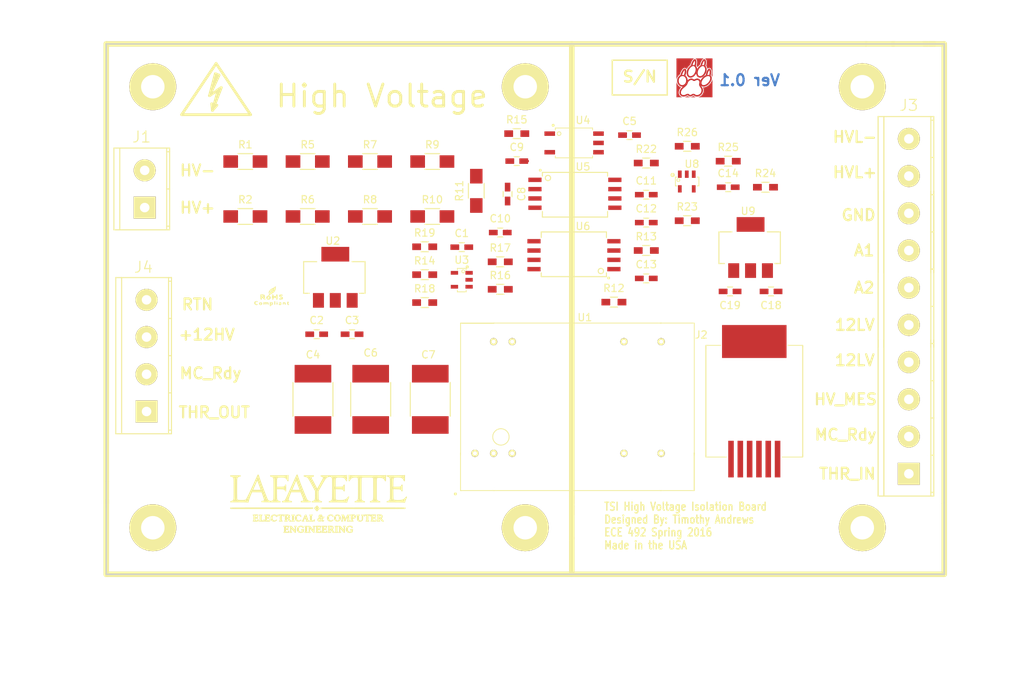
<source format=kicad_pcb>
(kicad_pcb (version 4) (host pcbnew "(2015-08-05 BZR 6055, Git fa29c62)-product")
  (layers (0 F.Cu signal) (31 B.Cu signal) (34 B.Paste user) (35 F.Paste user) (36 B.SilkS user) (37 F.SilkS user) (38 B.Mask user) (39 F.Mask user) (44 Edge.Cuts user))
  (net 0 "")
  (net 1 /+12HV)
  (net 2 /RTN)
  (net 3 /+5HV)
  (net 4 /GND)
  (net 5 "Net-(C8-Pad1)")
  (net 6 "Net-(C8-Pad2)")
  (net 7 /+5LV)
  (net 8 "Net-(C13-Pad1)")
  (net 9 /24MC_RDYLV)
  (net 10 /12LV)
  (net 11 /+12LV)
  (net 12 /A2_LV)
  (net 13 /A1_LV)
  (net 14 /Throttle_IN)
  (net 15 /24MC_RDYHV)
  (net 16 /Throttle_OUT)
  (net 17 /HV+)
  (net 18 /HV-)
  (net 19 "Net-(R1-Pad2)")
  (net 20 "Net-(R2-Pad2)")
  (net 21 "Net-(R17-Pad2)")
  (net 22 "Net-(R5-Pad2)")
  (net 23 "Net-(R6-Pad2)")
  (net 24 "Net-(R7-Pad2)")
  (net 25 "Net-(R10-Pad1)")
  (net 26 /HV_MES)
  (net 27 "Net-(R15-Pad2)")
  (net 28 "Net-(R16-Pad2)")
  (net 29 /HV_LED-)
  (net 30 /HV_LED+)
  (net 31 "Net-(R14-Pad2)")
  (net 32 "Net-(R17-Pad1)")
  (net 33 "Net-(R22-Pad1)")
  (net 34 "Net-(R22-Pad2)")
  (net 35 "Net-(R23-Pad1)")
  (net 36 "Net-(R23-Pad2)")
  (module Mounting_Holes:MountingHole_3.2mm_M3_Pad (layer F.Cu) (at 82.677 110.49)
    (fp_text reference U21)
    (fp_text value place_holder)
    (pad 1 thru_hole circle (at 0 0) (size 6.4 6.4) (drill 3.2) (layers *.Cu *.Mask F.SilkS))
  )
  (module Mounting_Holes:MountingHole_3.2mm_M3_Pad (layer F.Cu) (at 82.677 50.292)
    (fp_text reference U20)
    (fp_text value place_holder)
    (pad 1 thru_hole circle (at 0 0) (size 6.4 6.4) (drill 3.2) (layers *.Cu *.Mask F.SilkS))
  )
  (module Mounting_Holes:MountingHole_3.2mm_M3_Pad (layer F.Cu) (at 128.651 110.49)
    (fp_text reference U19)
    (fp_text value place_holder)
    (pad ~ thru_hole circle (at 0 0) (size 6.4 6.4) (drill 3.2) (layers *.Cu *.Mask F.SilkS))
  )
  (module Mounting_Holes:MountingHole_3.2mm_M3_Pad (layer F.Cu) (at 128.651 50.292)
    (fp_text reference U16)
    (fp_text value place_holder)
    (pad 1 thru_hole circle (at 0 0) (size 6.4 6.4) (drill 3.2) (layers *.Cu *.Mask F.SilkS))
  )
  (module Capacitors_SMD:C_0603_HandSoldering (layer F.Cu) (at 74.019 72.192)
    (fp_text reference C1 (at 0 -1.9) (layer F.SilkS))
    (fp_text value 0.1u)
    (pad 1 smd rect (at -0.95 0) (size 1.2 0.75) (layers F.Cu F.Paste F.Mask) (net 2 /RTN))
    (pad 2 smd rect (at 0.95 0) (size 1.2 0.75) (layers F.Cu F.Paste F.Mask) (net 3 /+5HV))
  )
  (module Capacitors_SMD:C_0603_HandSoldering (layer F.Cu) (at 54.229 84.074)
    (fp_text reference C2 (at 0 -1.9) (layer F.SilkS))
    (fp_text value 10u)
    (pad 1 smd rect (at -0.95 0) (size 1.2 0.75) (layers F.Cu F.Paste F.Mask) (net 1 /+12HV))
    (pad 2 smd rect (at 0.95 0) (size 1.2 0.75) (layers F.Cu F.Paste F.Mask) (net 2 /RTN))
  )
  (module Capacitors_SMD:C_0603_HandSoldering (layer F.Cu) (at 59.055 84.074)
    (fp_text reference C3 (at 0 -1.9) (layer F.SilkS))
    (fp_text value 22u)
    (pad 1 smd rect (at -0.95 0) (size 1.2 0.75) (layers F.Cu F.Paste F.Mask) (net 3 /+5HV))
    (pad 2 smd rect (at 0.95 0) (size 1.2 0.75) (layers F.Cu F.Paste F.Mask) (net 2 /RTN))
  )
  (module Capacitors_SMD:C_0603_HandSoldering (layer F.Cu) (at 96.901 56.896)
    (fp_text reference C5 (at 0 -1.9) (layer F.SilkS))
    (fp_text value 0.1u)
    (pad 1 smd rect (at -0.95 0) (size 1.2 0.75) (layers F.Cu F.Paste F.Mask) (net 4 /GND))
    (pad 2 smd rect (at 0.95 0) (size 1.2 0.75) (layers F.Cu F.Paste F.Mask) (net 7 /+5LV))
  )
  (module Capacitors_SMD:C_0603_HandSoldering (layer F.Cu) (at 80.269 64.942 270)
    (fp_text reference C8 (at 0 -1.9 270) (layer F.SilkS))
    (fp_text value 330p)
    (pad 1 smd rect (at -0.95 0 270) (size 1.2 0.75) (layers F.Cu F.Paste F.Mask) (net 5 "Net-(C8-Pad1)"))
    (pad 2 smd rect (at 0.95 0 270) (size 1.2 0.75) (layers F.Cu F.Paste F.Mask) (net 6 "Net-(C8-Pad2)"))
  )
  (module Capacitors_SMD:C_0603_HandSoldering (layer F.Cu) (at 81.519 60.442)
    (fp_text reference C9 (at 0 -1.9) (layer F.SilkS))
    (fp_text value 0.1u)
    (pad 1 smd rect (at -0.95 0) (size 1.2 0.75) (layers F.Cu F.Paste F.Mask) (net 3 /+5HV))
    (pad 2 smd rect (at 0.95 0) (size 1.2 0.75) (layers F.Cu F.Paste F.Mask) (net 2 /RTN))
  )
  (module Capacitors_SMD:C_0603_HandSoldering (layer F.Cu) (at 79.269 70.192)
    (fp_text reference C10 (at 0 -1.9) (layer F.SilkS))
    (fp_text value 0.1u)
    (pad 1 smd rect (at -0.95 0) (size 1.2 0.75) (layers F.Cu F.Paste F.Mask) (net 3 /+5HV))
    (pad 2 smd rect (at 0.95 0) (size 1.2 0.75) (layers F.Cu F.Paste F.Mask) (net 2 /RTN))
  )
  (module Capacitors_SMD:C_0603_HandSoldering (layer F.Cu) (at 99.187 65.024)
    (fp_text reference C11 (at 0 -1.9) (layer F.SilkS))
    (fp_text value 0.1u)
    (pad 1 smd rect (at -0.95 0) (size 1.2 0.75) (layers F.Cu F.Paste F.Mask) (net 7 /+5LV))
    (pad 2 smd rect (at 0.95 0) (size 1.2 0.75) (layers F.Cu F.Paste F.Mask) (net 4 /GND))
  )
  (module Capacitors_SMD:C_0603_HandSoldering (layer F.Cu) (at 99.187 68.834)
    (fp_text reference C12 (at 0 -1.9) (layer F.SilkS))
    (fp_text value 0.1u)
    (pad 1 smd rect (at -0.95 0) (size 1.2 0.75) (layers F.Cu F.Paste F.Mask) (net 7 /+5LV))
    (pad 2 smd rect (at 0.95 0) (size 1.2 0.75) (layers F.Cu F.Paste F.Mask) (net 4 /GND))
  )
  (module Capacitors_SMD:C_0603_HandSoldering (layer F.Cu) (at 99.187 76.454)
    (fp_text reference C13 (at 0 -1.9) (layer F.SilkS))
    (fp_text value 0.1u)
    (pad 1 smd rect (at -0.95 0) (size 1.2 0.75) (layers F.Cu F.Paste F.Mask) (net 8 "Net-(C13-Pad1)"))
    (pad 2 smd rect (at 0.95 0) (size 1.2 0.75) (layers F.Cu F.Paste F.Mask) (net 4 /GND))
  )
  (module Capacitors_SMD:C_0603_HandSoldering (layer F.Cu) (at 116.205 78.232 180)
    (fp_text reference C18 (at 0 -1.9 180) (layer F.SilkS))
    (fp_text value 10u)
    (pad 1 smd rect (at -0.95 0 180) (size 1.2 0.75) (layers F.Cu F.Paste F.Mask) (net 11 /+12LV))
    (pad 2 smd rect (at 0.95 0 180) (size 1.2 0.75) (layers F.Cu F.Paste F.Mask) (net 4 /GND))
  )
  (module Capacitors_SMD:C_0603_HandSoldering (layer F.Cu) (at 110.617 78.232 180)
    (fp_text reference C19 (at 0 -1.9 180) (layer F.SilkS))
    (fp_text value 22u)
    (pad 1 smd rect (at -0.95 0 180) (size 1.2 0.75) (layers F.Cu F.Paste F.Mask) (net 7 /+5LV))
    (pad 2 smd rect (at 0.95 0 180) (size 1.2 0.75) (layers F.Cu F.Paste F.Mask) (net 4 /GND))
  )
  (module Resistors_SMD:R_1206_HandSoldering (layer F.Cu) (at 44.5 60.5)
    (fp_text reference R1 (at 0 -2.3) (layer F.SilkS))
    (fp_text value 10k)
    (pad 1 smd rect (at -2 0) (size 2 1.7) (layers F.Cu F.Paste F.Mask) (net 17 /HV+))
    (pad 2 smd rect (at 2 0) (size 2 1.7) (layers F.Cu F.Paste F.Mask) (net 19 "Net-(R1-Pad2)"))
  )
  (module Resistors_SMD:R_1206_HandSoldering (layer F.Cu) (at 44.5 68)
    (fp_text reference R2 (at 0 -2.3) (layer F.SilkS))
    (fp_text value 10k)
    (pad 1 smd rect (at -2 0) (size 2 1.7) (layers F.Cu F.Paste F.Mask) (net 18 /HV-))
    (pad 2 smd rect (at 2 0) (size 2 1.7) (layers F.Cu F.Paste F.Mask) (net 20 "Net-(R2-Pad2)"))
  )
  (module Resistors_SMD:R_1206_HandSoldering (layer F.Cu) (at 53 60.5)
    (fp_text reference R5 (at 0 -2.3) (layer F.SilkS))
    (fp_text value 10k)
    (pad 1 smd rect (at -2 0) (size 2 1.7) (layers F.Cu F.Paste F.Mask) (net 19 "Net-(R1-Pad2)"))
    (pad 2 smd rect (at 2 0) (size 2 1.7) (layers F.Cu F.Paste F.Mask) (net 22 "Net-(R5-Pad2)"))
  )
  (module Resistors_SMD:R_1206_HandSoldering (layer F.Cu) (at 53 68)
    (fp_text reference R6 (at 0 -2.3) (layer F.SilkS))
    (fp_text value 10k)
    (pad 1 smd rect (at -2 0) (size 2 1.7) (layers F.Cu F.Paste F.Mask) (net 20 "Net-(R2-Pad2)"))
    (pad 2 smd rect (at 2 0) (size 2 1.7) (layers F.Cu F.Paste F.Mask) (net 23 "Net-(R6-Pad2)"))
  )
  (module Resistors_SMD:R_1206_HandSoldering (layer F.Cu) (at 61.5 60.5)
    (fp_text reference R7 (at 0 -2.3) (layer F.SilkS))
    (fp_text value 10k)
    (pad 1 smd rect (at -2 0) (size 2 1.7) (layers F.Cu F.Paste F.Mask) (net 22 "Net-(R5-Pad2)"))
    (pad 2 smd rect (at 2 0) (size 2 1.7) (layers F.Cu F.Paste F.Mask) (net 24 "Net-(R7-Pad2)"))
  )
  (module Resistors_SMD:R_1206_HandSoldering (layer F.Cu) (at 61.5 68)
    (fp_text reference R8 (at 0 -2.3) (layer F.SilkS))
    (fp_text value 10k)
    (pad 1 smd rect (at -2 0) (size 2 1.7) (layers F.Cu F.Paste F.Mask) (net 23 "Net-(R6-Pad2)"))
    (pad 2 smd rect (at 2 0) (size 2 1.7) (layers F.Cu F.Paste F.Mask) (net 25 "Net-(R10-Pad1)"))
  )
  (module Resistors_SMD:R_1206_HandSoldering (layer F.Cu) (at 70 60.5)
    (fp_text reference R9 (at 0 -2.3) (layer F.SilkS))
    (fp_text value 10k)
    (pad 1 smd rect (at -2 0) (size 2 1.7) (layers F.Cu F.Paste F.Mask) (net 24 "Net-(R7-Pad2)"))
    (pad 2 smd rect (at 2 0) (size 2 1.7) (layers F.Cu F.Paste F.Mask) (net 5 "Net-(C8-Pad1)"))
  )
  (module Resistors_SMD:R_1206_HandSoldering (layer F.Cu) (at 70 68)
    (fp_text reference R10 (at 0 -2.3) (layer F.SilkS))
    (fp_text value 10k)
    (pad 1 smd rect (at -2 0) (size 2 1.7) (layers F.Cu F.Paste F.Mask) (net 25 "Net-(R10-Pad1)"))
    (pad 2 smd rect (at 2 0) (size 2 1.7) (layers F.Cu F.Paste F.Mask) (net 6 "Net-(C8-Pad2)"))
  )
  (module Resistors_SMD:R_1206_HandSoldering (layer F.Cu) (at 76 64.5 90)
    (fp_text reference R11 (at 0 -2.3 90) (layer F.SilkS))
    (fp_text value 120)
    (pad 1 smd rect (at -2 0 90) (size 2 1.7) (layers F.Cu F.Paste F.Mask) (net 6 "Net-(C8-Pad2)"))
    (pad 2 smd rect (at 2 0 90) (size 2 1.7) (layers F.Cu F.Paste F.Mask) (net 5 "Net-(C8-Pad1)"))
  )
  (module Resistors_SMD:R_0603_HandSoldering (layer F.Cu) (at 94.769 79.692)
    (fp_text reference R12 (at 0 -1.9) (layer F.SilkS))
    (fp_text value 2k)
    (pad 1 smd rect (at -1.1 0) (size 1.2 0.9) (layers F.Cu F.Paste F.Mask) (net 8 "Net-(C13-Pad1)"))
    (pad 2 smd rect (at 1.1 0) (size 1.2 0.9) (layers F.Cu F.Paste F.Mask) (net 4 /GND))
  )
  (module Resistors_SMD:R_0603_HandSoldering (layer F.Cu) (at 99.187 72.644)
    (fp_text reference R13 (at 0 -1.9) (layer F.SilkS))
    (fp_text value 3k)
    (pad 1 smd rect (at -1.1 0) (size 1.2 0.9) (layers F.Cu F.Paste F.Mask) (net 8 "Net-(C13-Pad1)"))
    (pad 2 smd rect (at 1.1 0) (size 1.2 0.9) (layers F.Cu F.Paste F.Mask) (net 14 /Throttle_IN))
  )
  (module Resistors_SMD:R_0603_HandSoldering (layer F.Cu) (at 81.519 56.692)
    (fp_text reference R15 (at 0 -1.9) (layer F.SilkS))
    (fp_text value 10k)
    (pad 1 smd rect (at -1.1 0) (size 1.2 0.9) (layers F.Cu F.Paste F.Mask) (net 15 /24MC_RDYHV))
    (pad 2 smd rect (at 1.1 0) (size 1.2 0.9) (layers F.Cu F.Paste F.Mask) (net 27 "Net-(R15-Pad2)"))
  )
  (module Resistors_SMD:R_0603_HandSoldering (layer F.Cu) (at 79.269 77.942)
    (fp_text reference R16 (at 0 -1.9) (layer F.SilkS))
    (fp_text value 1k)
    (pad 1 smd rect (at -1.1 0) (size 1.2 0.9) (layers F.Cu F.Paste F.Mask) (net 31 "Net-(R14-Pad2)"))
    (pad 2 smd rect (at 1.1 0) (size 1.2 0.9) (layers F.Cu F.Paste F.Mask) (net 28 "Net-(R16-Pad2)"))
  )
  (module custom:SOT-223_cus (layer F.Cu) (at 56.769 73.152)
    (fp_text reference U2 (at -0.33528 -1.81648) (layer F.SilkS))
    (fp_text value AZ1117CH-5.0TRG1)
    (pad 1 smd rect (at -2.3 6.3) (size 1.5 2) (layers F.Cu F.Paste F.Mask) (net 1 /+12HV))
    (pad 3 smd rect (at 2.3 6.3) (size 1.5 2) (layers F.Cu F.Paste F.Mask) (net 3 /+5HV))
    (pad 4 smd rect (at 0 0) (size 3.8 2) (layers F.Cu F.Paste F.Mask))
    (pad 2 smd rect (at 0 6.3) (size 1.5 2) (layers F.Cu F.Paste F.Mask) (net 2 /RTN))
  )
  (module custom:amc1100_SOIC (layer F.Cu) (at 84 63)
    (fp_text reference U5 (at 6.551 -1.786) (layer F.SilkS))
    (fp_text value AMC1100DWVR)
    (pad 8 smd rect (at 10.9 0) (size 1.8 0.6) (layers F.Cu F.Paste F.Mask) (net 7 /+5LV))
    (pad 7 smd rect (at 10.9 1.27) (size 1.8 0.6) (layers F.Cu F.Paste F.Mask) (net 36 "Net-(R23-Pad2)"))
    (pad 6 smd rect (at 10.9 2.54) (size 1.8 0.6) (layers F.Cu F.Paste F.Mask) (net 34 "Net-(R22-Pad2)"))
    (pad 5 smd rect (at 10.9 3.81) (size 1.8 0.6) (layers F.Cu F.Paste F.Mask) (net 4 /GND))
    (pad 4 smd rect (at 0 3.81) (size 1.8 0.6) (layers F.Cu F.Paste F.Mask) (net 2 /RTN))
    (pad 3 smd rect (at 0 2.54) (size 1.8 0.6) (layers F.Cu F.Paste F.Mask) (net 6 "Net-(C8-Pad2)"))
    (pad 2 smd rect (at 0 1.27) (size 1.8 0.6) (layers F.Cu F.Paste F.Mask) (net 5 "Net-(C8-Pad1)"))
    (pad 1 smd rect (at 0 0) (size 1.8 0.6) (layers F.Cu F.Paste F.Mask) (net 3 /+5HV))
  )
  (module custom:amc1100_SOIC (layer F.Cu) (at 94.769 75.192 180)
    (fp_text reference U6 (at 4.218 5.85 180) (layer F.SilkS))
    (fp_text value ACPL-C870)
    (pad 8 smd rect (at 10.9 0 180) (size 1.8 0.6) (layers F.Cu F.Paste F.Mask) (net 3 /+5HV))
    (pad 7 smd rect (at 10.9 1.27 180) (size 1.8 0.6) (layers F.Cu F.Paste F.Mask) (net 21 "Net-(R17-Pad2)"))
    (pad 6 smd rect (at 10.9 2.54 180) (size 1.8 0.6) (layers F.Cu F.Paste F.Mask) (net 28 "Net-(R16-Pad2)"))
    (pad 5 smd rect (at 10.9 3.81 180) (size 1.8 0.6) (layers F.Cu F.Paste F.Mask) (net 2 /RTN))
    (pad 4 smd rect (at 0 3.81 180) (size 1.8 0.6) (layers F.Cu F.Paste F.Mask) (net 4 /GND))
    (pad 3 smd rect (at 0 2.54 180) (size 1.8 0.6) (layers F.Cu F.Paste F.Mask) (net 4 /GND))
    (pad 2 smd rect (at 0 1.27 180) (size 1.8 0.6) (layers F.Cu F.Paste F.Mask) (net 8 "Net-(C13-Pad1)"))
    (pad 1 smd rect (at 0 0 180) (size 1.8 0.6) (layers F.Cu F.Paste F.Mask) (net 7 /+5LV))
  )
  (module custom:SOT-223_cus (layer F.Cu) (at 113.411 69.088)
    (fp_text reference U9 (at -0.33528 -1.81648) (layer F.SilkS))
    (fp_text value AZ1117CH-5.0TRG1)
    (pad 1 smd rect (at -2.3 6.3) (size 1.5 2) (layers F.Cu F.Paste F.Mask) (net 11 /+12LV))
    (pad 3 smd rect (at 2.3 6.3) (size 1.5 2) (layers F.Cu F.Paste F.Mask) (net 7 /+5LV))
    (pad 4 smd rect (at 0 0) (size 3.8 2) (layers F.Cu F.Paste F.Mask))
    (pad 2 smd rect (at 0 6.3) (size 1.5 2) (layers F.Cu F.Paste F.Mask) (net 4 /GND))
  )
  (module custom:lafLogo (layer F.Cu) (at 105.759 49.072)
    (fp_text reference U11 hide)
    (fp_text value place_holder hide)
    (fp_poly (pts (xy 2.45618 -2.64922) (xy 2.45364 -1.34366) (xy 2.45364 -1.1684) (xy 2.45364 -1.00838) (xy 2.45364 -0.8636) (xy 2.45364 -0.7366) (xy 2.45364 -0.61976) (xy 2.45364 -0.51816) (xy 2.45364 -0.42926) (xy 2.45364 -0.35306) (xy 2.4511 -0.28702) (xy 2.4511 -0.23114) (xy 2.4511 -0.18542) (xy 2.4511 -0.14986) (xy 2.44856 -0.12192) (xy 2.44856 -0.10414) (xy 2.44602 -0.09144) (xy 2.44602 -0.08382) (xy 2.44348 -0.08382) (xy 2.44348 -0.0889) (xy 2.44348 -0.0889) (xy 2.4257 -0.14986) (xy 2.40284 -0.21082) (xy 2.37744 -0.26416) (xy 2.35204 -0.30734) (xy 2.3368 -0.32512) (xy 2.32918 -0.33528) (xy 2.32664 -0.34544) (xy 2.32664 -0.35814) (xy 2.32918 -0.381) (xy 2.3368 -0.41402) (xy 2.35458 -0.5207) (xy 2.36728 -0.62992) (xy 2.36982 -0.74422) (xy 2.36728 -0.85598) (xy 2.35712 -0.96266) (xy 2.3368 -1.05664) (xy 2.3368 -1.06172) (xy 2.30886 -1.14808) (xy 2.27076 -1.2192) (xy 2.22504 -1.27762) (xy 2.1717 -1.3208) (xy 2.14376 -1.33604) (xy 2.11582 -1.34874) (xy 2.08788 -1.35636) (xy 2.0574 -1.3589) (xy 2.02438 -1.3589) (xy 1.98628 -1.3589) (xy 1.9558 -1.35636) (xy 1.93294 -1.34874) (xy 1.90246 -1.33604) (xy 1.89484 -1.33096) (xy 1.83642 -1.29286) (xy 1.80086 -1.25984) (xy 1.76276 -1.21666) (xy 1.7526 -1.28016) (xy 1.7272 -1.39192) (xy 1.6891 -1.50114) (xy 1.6383 -1.59766) (xy 1.63576 -1.60528) (xy 1.6002 -1.65862) (xy 1.61798 -1.71704) (xy 1.63322 -1.778) (xy 1.64592 -1.83134) (xy 1.65354 -1.88468) (xy 1.65862 -1.93802) (xy 1.66116 -1.99898) (xy 1.6637 -2.0701) (xy 1.6637 -2.10058) (xy 1.66116 -2.19964) (xy 1.65608 -2.28346) (xy 1.64846 -2.35458) (xy 1.63322 -2.41554) (xy 1.61544 -2.46634) (xy 1.59004 -2.50952) (xy 1.5621 -2.54762) (xy 1.53924 -2.56794) (xy 1.50114 -2.60096) (xy 1.46304 -2.62128) (xy 1.4224 -2.63398) (xy 1.3716 -2.6416) (xy 1.3335 -2.6416) (xy 1.28016 -2.63906) (xy 1.2319 -2.6289) (xy 1.18872 -2.61112) (xy 1.15062 -2.58064) (xy 1.10998 -2.54) (xy 1.0668 -2.48666) (xy 1.04902 -2.4638) (xy 0.9652 -2.33426) (xy 0.89154 -2.1971) (xy 0.82804 -2.05994) (xy 0.77978 -1.92024) (xy 0.762 -1.86436) (xy 0.75184 -1.82626) (xy 0.74422 -1.79578) (xy 0.7366 -1.77292) (xy 0.73406 -1.7653) (xy 0.67818 -1.72212) (xy 0.61468 -1.66878) (xy 0.55118 -1.61036) (xy 0.49022 -1.54686) (xy 0.45212 -1.50368) (xy 0.40894 -1.45288) (xy 0.37592 -1.524) (xy 0.35814 -1.55956) (xy 0.34036 -1.59258) (xy 0.32512 -1.61798) (xy 0.32004 -1.6256) (xy 0.29972 -1.65354) (xy 0.3175 -1.72974) (xy 0.34036 -1.82626) (xy 0.3556 -1.9304) (xy 0.36322 -2.03708) (xy 0.36322 -2.14122) (xy 0.35814 -2.24282) (xy 0.34798 -2.3368) (xy 0.3302 -2.41808) (xy 0.32512 -2.43332) (xy 0.29718 -2.49682) (xy 0.26162 -2.55016) (xy 0.22098 -2.58572) (xy 0.18034 -2.61366) (xy 0.1397 -2.6289) (xy 0.09652 -2.63906) (xy 0.04318 -2.6416) (xy 0.03048 -2.6416) (xy -0.02032 -2.63906) (xy -0.0635 -2.63144) (xy -0.10414 -2.61366) (xy -0.14224 -2.58826) (xy -0.18034 -2.5527) (xy -0.22098 -2.50698) (xy -0.26416 -2.44602) (xy -0.28956 -2.41046) (xy -0.3556 -2.30378) (xy -0.41402 -2.18948) (xy -0.46736 -2.07264) (xy -0.51054 -1.95834) (xy -0.54356 -1.84912) (xy -0.5461 -1.83642) (xy -0.56134 -1.77038) (xy -0.61722 -1.7272) (xy -0.70612 -1.65608) (xy -0.78994 -1.56972) (xy -0.87122 -1.4732) (xy -0.94488 -1.3716) (xy -1.00838 -1.26746) (xy -1.016 -1.24968) (xy -1.05664 -1.17348) (xy -1.07188 -1.20142) (xy -1.1049 -1.25222) (xy -1.15316 -1.2954) (xy -1.20904 -1.33096) (xy -1.27 -1.35382) (xy -1.30556 -1.36144) (xy -1.36144 -1.36144) (xy -1.41478 -1.35128) (xy -1.46304 -1.33096) (xy -1.51384 -1.30048) (xy -1.56464 -1.25476) (xy -1.61798 -1.1938) (xy -1.6764 -1.12014) (xy -1.70942 -1.07188) (xy -1.79324 -0.9398) (xy -1.86436 -0.80518) (xy -1.92024 -0.67056) (xy -1.96088 -0.5461) (xy -1.99136 -0.4445) (xy -2.03454 -0.4191) (xy -2.06502 -0.39878) (xy -2.10058 -0.3683) (xy -2.14122 -0.3302) (xy -2.18186 -0.28956) (xy -2.2225 -0.24892) (xy -2.25552 -0.20828) (xy -2.27838 -0.18034) (xy -2.34188 -0.06858) (xy -2.39268 0.05334) (xy -2.43078 0.1778) (xy -2.43332 0.19558) (xy -2.44094 0.24384) (xy -2.44602 0.3048) (xy -2.44856 0.37084) (xy -2.44602 0.44196) (xy -2.44348 0.508) (xy -2.4384 0.56896) (xy -2.43078 0.61976) (xy -2.43078 0.62738) (xy -2.39776 0.74422) (xy -2.3495 0.85344) (xy -2.29108 0.95504) (xy -2.2225 1.04648) (xy -2.14122 1.12522) (xy -2.06248 1.18364) (xy -2.01676 1.21158) (xy -1.96088 1.23952) (xy -1.905 1.26238) (xy -1.8542 1.28016) (xy -1.84404 1.2827) (xy -1.82118 1.28778) (xy -1.86944 1.3462) (xy -1.94564 1.44018) (xy -2.00914 1.5367) (xy -2.05994 1.63576) (xy -2.10058 1.7399) (xy -2.12344 1.81864) (xy -2.13614 1.88976) (xy -2.14376 1.9685) (xy -2.1463 2.04724) (xy -2.14122 2.12344) (xy -2.12852 2.18948) (xy -2.12598 2.19456) (xy -2.09296 2.29108) (xy -2.0447 2.37744) (xy -1.98374 2.45618) (xy -1.91262 2.52222) (xy -1.83134 2.57556) (xy -1.7399 2.6162) (xy -1.69418 2.63144) (xy -1.65862 2.6416) (xy -1.63068 2.64922) (xy -1.61036 2.65176) (xy -1.6129 2.6543) (xy -1.63322 2.6543) (xy -1.66624 2.6543) (xy -1.71196 2.6543) (xy -1.76784 2.65684) (xy -1.83388 2.65684) (xy -1.91008 2.65684) (xy -1.99136 2.65684) (xy -2.02184 2.65684) (xy -2.45618 2.65938) (xy -2.45618 0.00508) (xy -2.45618 -2.64922) (xy 0 -2.64922) (xy 2.45618 -2.64922) (xy 2.45618 -2.64922)) (layer F.Cu) (width 0.00254))
    (fp_poly (pts (xy 0.19812 2.64922) (xy 0.19558 2.65176) (xy 0.18542 2.65176) (xy 0.17018 2.6543) (xy 0.14478 2.6543) (xy 0.11176 2.6543) (xy 0.06858 2.65684) (xy 0.01524 2.65684) (xy -0.0508 2.65684) (xy -0.12954 2.65684) (xy -0.22352 2.65684) (xy -0.32766 2.65684) (xy -0.44958 2.65684) (xy -0.5715 2.65684) (xy -0.70866 2.65684) (xy -0.82804 2.65684) (xy -0.93472 2.65684) (xy -1.02616 2.65684) (xy -1.10236 2.65684) (xy -1.1684 2.65684) (xy -1.2192 2.6543) (xy -1.26238 2.6543) (xy -1.29286 2.6543) (xy -1.31572 2.65176) (xy -1.33096 2.65176) (xy -1.33858 2.64922) (xy -1.33858 2.64922) (xy -1.33096 2.64668) (xy -1.32842 2.64668) (xy -1.27762 2.63398) (xy -1.22682 2.61874) (xy -1.17094 2.59842) (xy -1.10998 2.57048) (xy -1.04902 2.54254) (xy -0.93218 2.48666) (xy -0.89154 2.52222) (xy -0.8255 2.57048) (xy -0.7493 2.6035) (xy -0.66294 2.62636) (xy -0.56896 2.63398) (xy -0.56642 2.63398) (xy -0.4826 2.6289) (xy -0.40132 2.61112) (xy -0.32258 2.58318) (xy -0.23876 2.54) (xy -0.19812 2.5146) (xy -0.14478 2.47904) (xy -0.09906 2.5146) (xy -0.00508 2.57556) (xy 0.09398 2.61874) (xy 0.18542 2.64668) (xy 0.19304 2.64668) (xy 0.19812 2.64922) (xy 0.19812 2.64922)) (layer F.Cu) (width 0.00254))
    (fp_poly (pts (xy 2.45618 2.65938) (xy 1.45288 2.65684) (xy 1.45288 1.40462) (xy 1.45034 1.39954) (xy 1.44272 1.39954) (xy 1.43002 1.40716) (xy 1.42748 1.43002) (xy 1.42748 1.43256) (xy 1.42748 1.45288) (xy 1.43256 1.45796) (xy 1.43764 1.44526) (xy 1.4478 1.42494) (xy 1.45288 1.40462) (xy 1.45288 2.65684) (xy 1.45034 2.65684) (xy 1.41986 2.65684) (xy 1.41986 1.42494) (xy 1.41224 1.42748) (xy 1.4097 1.43002) (xy 1.39954 1.4351) (xy 1.397 1.42748) (xy 1.397 1.41986) (xy 1.39192 1.40208) (xy 1.38176 1.397) (xy 1.3716 1.40716) (xy 1.36906 1.41732) (xy 1.36144 1.44018) (xy 1.3589 1.45034) (xy 1.3589 1.40208) (xy 1.35382 1.39954) (xy 1.33604 1.397) (xy 1.3335 1.397) (xy 1.31318 1.39954) (xy 1.3081 1.40208) (xy 1.31064 1.40462) (xy 1.31826 1.41478) (xy 1.31318 1.43256) (xy 1.31318 1.4351) (xy 1.30556 1.45288) (xy 1.30556 1.46304) (xy 1.3081 1.46304) (xy 1.31572 1.45542) (xy 1.32334 1.44018) (xy 1.32842 1.42748) (xy 1.32842 1.42494) (xy 1.33604 1.41224) (xy 1.34874 1.40462) (xy 1.3589 1.40208) (xy 1.3589 1.45034) (xy 1.35636 1.46304) (xy 1.3589 1.46304) (xy 1.36906 1.45288) (xy 1.37414 1.44272) (xy 1.38684 1.41732) (xy 1.38938 1.44272) (xy 1.39192 1.4605) (xy 1.397 1.46304) (xy 1.4097 1.45034) (xy 1.41986 1.4351) (xy 1.41986 1.42494) (xy 1.41986 2.65684) (xy 1.29794 2.65684) (xy 1.16078 2.65684) (xy 1.03886 2.65684) (xy 0.92964 2.65684) (xy 0.8382 2.65684) (xy 0.75692 2.65684) (xy 0.68834 2.65684) (xy 0.63246 2.6543) (xy 0.58674 2.6543) (xy 0.55118 2.6543) (xy 0.52578 2.65176) (xy 0.50546 2.65176) (xy 0.4953 2.64922) (xy 0.49276 2.64922) (xy 0.4953 2.64668) (xy 0.50038 2.64668) (xy 0.61722 2.61366) (xy 0.72898 2.56794) (xy 0.83312 2.50698) (xy 0.93218 2.43078) (xy 1.0033 2.3622) (xy 1.07696 2.27584) (xy 1.13792 2.18186) (xy 1.18618 2.08026) (xy 1.22682 1.9685) (xy 1.23444 1.94056) (xy 1.24206 1.905) (xy 1.24968 1.87706) (xy 1.25222 1.84658) (xy 1.25476 1.81102) (xy 1.2573 1.7653) (xy 1.2573 1.71958) (xy 1.25476 1.64338) (xy 1.25222 1.57734) (xy 1.24206 1.52146) (xy 1.22682 1.46812) (xy 1.2065 1.41224) (xy 1.18872 1.37414) (xy 1.17602 1.34366) (xy 1.16586 1.3208) (xy 1.16078 1.3081) (xy 1.16078 1.3081) (xy 1.1684 1.30556) (xy 1.18872 1.30556) (xy 1.2192 1.30302) (xy 1.2319 1.30302) (xy 1.34112 1.2954) (xy 1.45542 1.27254) (xy 1.56972 1.23444) (xy 1.68402 1.18364) (xy 1.79832 1.1176) (xy 1.84658 1.08458) (xy 1.89484 1.04902) (xy 1.95072 1.00076) (xy 2.00914 0.94488) (xy 2.06756 0.88646) (xy 2.1209 0.82804) (xy 2.16916 0.77216) (xy 2.2098 0.7239) (xy 2.21234 0.71882) (xy 2.29362 0.59436) (xy 2.35712 0.46736) (xy 2.40792 0.34036) (xy 2.4384 0.2286) (xy 2.45364 0.14732) (xy 2.45364 1.40462) (xy 2.45618 2.65938) (xy 2.45618 2.65938)) (layer F.Cu) (width 0.00254))
    (fp_poly (pts (xy 2.35712 0.07112) (xy 2.35204 0.12954) (xy 2.34696 0.18034) (xy 2.34188 0.20828) (xy 2.33426 0.24384) (xy 2.32156 0.28702) (xy 2.30632 0.33274) (xy 2.30378 0.3429) (xy 2.25298 0.45974) (xy 2.18694 0.57658) (xy 2.1463 0.63754) (xy 2.1463 0.0635) (xy 2.1463 0.01524) (xy 2.14376 -0.01778) (xy 2.14122 -0.04318) (xy 2.13614 -0.0635) (xy 2.13106 -0.08382) (xy 2.12598 -0.0889) (xy 2.09296 -0.14478) (xy 2.07264 -0.1651) (xy 2.07264 -0.7747) (xy 2.0701 -0.79756) (xy 2.06756 -0.84074) (xy 2.05994 -0.88646) (xy 2.05232 -0.93218) (xy 2.0447 -0.97282) (xy 2.03708 -1.00838) (xy 2.02946 -1.03378) (xy 2.02438 -1.04394) (xy 2.01676 -1.0414) (xy 2.00406 -1.02616) (xy 1.98374 -0.99822) (xy 1.96342 -0.96266) (xy 1.93802 -0.91948) (xy 1.91262 -0.87122) (xy 1.88976 -0.82042) (xy 1.86436 -0.76962) (xy 1.84404 -0.71882) (xy 1.82626 -0.6731) (xy 1.82626 -0.67056) (xy 1.80594 -0.60706) (xy 1.78816 -0.53848) (xy 1.77038 -0.45974) (xy 1.75768 -0.3937) (xy 1.7526 -0.36576) (xy 1.79832 -0.37846) (xy 1.82626 -0.38354) (xy 1.86436 -0.38608) (xy 1.90754 -0.38862) (xy 1.9304 -0.38862) (xy 2.02184 -0.38862) (xy 2.03962 -0.4699) (xy 2.05994 -0.57658) (xy 2.0701 -0.67818) (xy 2.07264 -0.7747) (xy 2.07264 -0.1651) (xy 2.04724 -0.18796) (xy 2.01168 -0.21082) (xy 1.96596 -0.22606) (xy 1.90754 -0.23622) (xy 1.84658 -0.23622) (xy 1.78054 -0.23114) (xy 1.7399 -0.22098) (xy 1.6383 -0.18542) (xy 1.53924 -0.13716) (xy 1.44526 -0.07366) (xy 1.35128 -0.00254) (xy 1.26746 0.08128) (xy 1.18872 0.17018) (xy 1.1176 0.26416) (xy 1.05918 0.36322) (xy 1.01346 0.46482) (xy 0.98044 0.56642) (xy 0.9652 0.64516) (xy 0.96266 0.72136) (xy 0.97028 0.79248) (xy 0.99314 0.85598) (xy 1.02616 0.90932) (xy 1.0668 0.94996) (xy 1.12014 0.98044) (xy 1.13284 0.98552) (xy 1.17856 0.99568) (xy 1.23444 0.99822) (xy 1.2954 0.99568) (xy 1.35382 0.98806) (xy 1.37922 0.98298) (xy 1.48082 0.94742) (xy 1.57988 0.89662) (xy 1.6764 0.83312) (xy 1.77038 0.75692) (xy 1.85674 0.6731) (xy 1.93802 0.57912) (xy 2.0066 0.48006) (xy 2.06756 0.37592) (xy 2.11328 0.26924) (xy 2.11836 0.254) (xy 2.13106 0.21844) (xy 2.13868 0.1905) (xy 2.14376 0.16256) (xy 2.1463 0.13208) (xy 2.1463 0.09144) (xy 2.1463 0.0635) (xy 2.1463 0.63754) (xy 2.11074 0.69088) (xy 2.02184 0.79756) (xy 1.92278 0.89408) (xy 1.8161 0.98298) (xy 1.70688 1.05918) (xy 1.61798 1.10744) (xy 1.55956 1.13538) (xy 1.49352 1.15824) (xy 1.4224 1.1811) (xy 1.3589 1.19634) (xy 1.31826 1.20142) (xy 1.22428 1.2065) (xy 1.13538 1.19634) (xy 1.0541 1.17348) (xy 0.98044 1.13792) (xy 0.91694 1.08966) (xy 0.89916 1.07442) (xy 0.89154 1.06934) (xy 0.889 1.06934) (xy 0.89408 1.0795) (xy 0.90678 1.09982) (xy 0.92456 1.12776) (xy 0.94996 1.16332) (xy 0.96774 1.19126) (xy 1.02362 1.27508) (xy 1.0668 1.34874) (xy 1.09982 1.41478) (xy 1.12522 1.48082) (xy 1.14554 1.54432) (xy 1.15824 1.61036) (xy 1.16078 1.6383) (xy 1.16586 1.73736) (xy 1.15316 1.8415) (xy 1.1303 1.94564) (xy 1.0922 2.04978) (xy 1.04394 2.1463) (xy 0.98298 2.2352) (xy 0.97536 2.24536) (xy 0.95758 2.26568) (xy 0.95758 1.71704) (xy 0.95504 1.66116) (xy 0.94996 1.6129) (xy 0.93726 1.56464) (xy 0.92202 1.51638) (xy 0.89662 1.46558) (xy 0.8636 1.40716) (xy 0.82296 1.34112) (xy 0.78994 1.29032) (xy 0.74168 1.22174) (xy 0.70612 1.16078) (xy 0.67818 1.10744) (xy 0.65786 1.05918) (xy 0.64262 1.01346) (xy 0.64008 0.99568) (xy 0.63246 0.94742) (xy 0.62738 0.9017) (xy 0.62992 0.85598) (xy 0.635 0.8001) (xy 0.6477 0.73406) (xy 0.6477 0.72644) (xy 0.6604 0.6604) (xy 0.66548 0.60452) (xy 0.66548 0.55626) (xy 0.65532 0.51562) (xy 0.64262 0.47244) (xy 0.635 0.45974) (xy 0.59944 0.40132) (xy 0.55118 0.35306) (xy 0.4953 0.32004) (xy 0.4318 0.30226) (xy 0.36322 0.29972) (xy 0.3175 0.3048) (xy 0.28702 0.31242) (xy 0.24638 0.32766) (xy 0.19558 0.34798) (xy 0.14224 0.37338) (xy 0.07366 0.40386) (xy 0.01778 0.42672) (xy -0.03302 0.43688) (xy -0.0762 0.43942) (xy -0.11684 0.4318) (xy -0.15748 0.41656) (xy -0.19812 0.38862) (xy -0.20574 0.38608) (xy -0.254 0.35052) (xy -0.29464 0.32766) (xy -0.33274 0.31242) (xy -0.3683 0.3048) (xy -0.40894 0.30226) (xy -0.42672 0.30226) (xy -0.4699 0.30226) (xy -0.50292 0.30734) (xy -0.5334 0.31496) (xy -0.55626 0.32258) (xy -0.635 0.36068) (xy -0.70358 0.4064) (xy -0.762 0.45974) (xy -0.81788 0.5207) (xy -0.8636 0.59182) (xy -0.89916 0.67056) (xy -0.91948 0.7239) (xy -0.94234 0.78994) (xy -0.96774 0.84836) (xy -0.99568 0.90424) (xy -1.0287 0.95758) (xy -1.0668 1.01092) (xy -1.11252 1.06426) (xy -1.14046 1.08966) (xy -1.14046 0.3556) (xy -1.14046 0.3048) (xy -1.143 0.2667) (xy -1.14554 0.23368) (xy -1.15062 0.20574) (xy -1.15824 0.1778) (xy -1.16332 0.15748) (xy -1.19126 0.0762) (xy -1.22428 0.01016) (xy -1.26746 -0.0508) (xy -1.31318 -0.1016) (xy -1.33096 -0.11684) (xy -1.33096 -0.94488) (xy -1.33096 -0.98298) (xy -1.33096 -1.01092) (xy -1.3335 -1.02108) (xy -1.33858 -1.0541) (xy -1.3716 -1.016) (xy -1.40716 -0.97536) (xy -1.44272 -0.92202) (xy -1.48336 -0.86106) (xy -1.52146 -0.8001) (xy -1.55702 -0.7366) (xy -1.58242 -0.68326) (xy -1.6002 -0.6477) (xy -1.61798 -0.60706) (xy -1.63576 -0.5588) (xy -1.65354 -0.51308) (xy -1.66878 -0.4699) (xy -1.68148 -0.4318) (xy -1.69164 -0.40386) (xy -1.69418 -0.39116) (xy -1.68656 -0.38862) (xy -1.6637 -0.38862) (xy -1.63322 -0.38608) (xy -1.60782 -0.38862) (xy -1.5494 -0.38862) (xy -1.50622 -0.38354) (xy -1.48082 -0.37846) (xy -1.44272 -0.3683) (xy -1.43002 -0.39878) (xy -1.41986 -0.4191) (xy -1.40716 -0.45212) (xy -1.39446 -0.48768) (xy -1.39446 -0.4953) (xy -1.3716 -0.56388) (xy -1.35382 -0.62992) (xy -1.34366 -0.69596) (xy -1.33604 -0.76962) (xy -1.33096 -0.84836) (xy -1.33096 -0.89662) (xy -1.33096 -0.94488) (xy -1.33096 -0.11684) (xy -1.37414 -0.15748) (xy -1.43764 -0.19812) (xy -1.50622 -0.22352) (xy -1.57988 -0.23622) (xy -1.6256 -0.23622) (xy -1.71196 -0.2286) (xy -1.79324 -0.20574) (xy -1.8669 -0.1651) (xy -1.93548 -0.11176) (xy -1.99898 -0.04318) (xy -2.05232 0.0381) (xy -2.08026 0.0889) (xy -2.10566 0.14732) (xy -2.12344 0.19812) (xy -2.13614 0.24892) (xy -2.14376 0.30226) (xy -2.1463 0.36576) (xy -2.1463 0.4064) (xy -2.1463 0.45974) (xy -2.14376 0.50038) (xy -2.14122 0.5334) (xy -2.13614 0.56388) (xy -2.12852 0.59436) (xy -2.12598 0.5969) (xy -2.09296 0.69088) (xy -2.04724 0.7747) (xy -1.99136 0.84582) (xy -1.92786 0.90678) (xy -1.85674 0.9525) (xy -1.79578 0.98044) (xy -1.7399 0.99314) (xy -1.6764 0.99822) (xy -1.61036 0.99568) (xy -1.55448 0.98806) (xy -1.5494 0.98552) (xy -1.46558 0.9525) (xy -1.38684 0.90424) (xy -1.31826 0.84074) (xy -1.25984 0.76708) (xy -1.20904 0.68072) (xy -1.17094 0.58674) (xy -1.15824 0.5461) (xy -1.15062 0.51308) (xy -1.14554 0.48006) (xy -1.143 0.4445) (xy -1.14046 0.39624) (xy -1.14046 0.3556) (xy -1.14046 1.08966) (xy -1.1684 1.12014) (xy -1.23444 1.1811) (xy -1.31064 1.24968) (xy -1.36652 1.2954) (xy -1.45034 1.36652) (xy -1.51892 1.42748) (xy -1.57988 1.48336) (xy -1.62814 1.53416) (xy -1.67132 1.57988) (xy -1.70434 1.6256) (xy -1.73482 1.67132) (xy -1.76276 1.71958) (xy -1.76784 1.73228) (xy -1.80086 1.80086) (xy -1.82118 1.86182) (xy -1.83388 1.92278) (xy -1.8415 1.98628) (xy -1.8415 2.0193) (xy -1.8415 2.06248) (xy -1.83896 2.09296) (xy -1.83642 2.11582) (xy -1.8288 2.13614) (xy -1.81864 2.16154) (xy -1.8161 2.16916) (xy -1.79832 2.20218) (xy -1.778 2.23266) (xy -1.76276 2.25298) (xy -1.73482 2.27838) (xy -1.69672 2.30378) (xy -1.65354 2.32664) (xy -1.6129 2.34188) (xy -1.60274 2.34442) (xy -1.56718 2.3495) (xy -1.52146 2.35204) (xy -1.46812 2.35204) (xy -1.41732 2.3495) (xy -1.3716 2.34442) (xy -1.35382 2.34188) (xy -1.32842 2.33172) (xy -1.29032 2.31902) (xy -1.2446 2.2987) (xy -1.19888 2.27838) (xy -1.17348 2.26568) (xy -1.11506 2.23774) (xy -1.0668 2.21488) (xy -1.0287 2.20218) (xy -0.99568 2.19202) (xy -0.96774 2.1844) (xy -0.93472 2.18186) (xy -0.90932 2.18186) (xy -0.86614 2.1844) (xy -0.83058 2.19202) (xy -0.79756 2.2098) (xy -0.762 2.2352) (xy -0.7366 2.25552) (xy -0.69596 2.29108) (xy -0.66294 2.3114) (xy -0.62992 2.3241) (xy -0.59182 2.33172) (xy -0.56642 2.33172) (xy -0.52578 2.32918) (xy -0.48514 2.31902) (xy -0.44196 2.30378) (xy -0.3937 2.27838) (xy -0.36068 2.25806) (xy -0.3048 2.22504) (xy -0.25908 2.20472) (xy -0.21844 2.18948) (xy -0.1778 2.1844) (xy -0.14732 2.18186) (xy -0.10668 2.1844) (xy -0.07112 2.18948) (xy -0.03556 2.19964) (xy 0.00254 2.21742) (xy 0.04572 2.24536) (xy 0.06858 2.2606) (xy 0.127 2.2987) (xy 0.1778 2.3241) (xy 0.22606 2.34188) (xy 0.27686 2.3495) (xy 0.33274 2.35458) (xy 0.3429 2.35458) (xy 0.43942 2.34696) (xy 0.53086 2.32156) (xy 0.61722 2.286) (xy 0.69596 2.2352) (xy 0.76708 2.17424) (xy 0.83058 2.10058) (xy 0.88138 2.02184) (xy 0.91948 1.93294) (xy 0.94488 1.83896) (xy 0.95758 1.7399) (xy 0.95758 1.71704) (xy 0.95758 2.26568) (xy 0.89408 2.33426) (xy 0.80264 2.41046) (xy 0.70358 2.47142) (xy 0.59436 2.51714) (xy 0.4826 2.54762) (xy 0.4445 2.55524) (xy 0.34036 2.56286) (xy 0.23876 2.55524) (xy 0.14224 2.52984) (xy 0.04826 2.4892) (xy -0.04318 2.43332) (xy -0.04572 2.43078) (xy -0.0889 2.40284) (xy -0.12446 2.3876) (xy -0.15748 2.3876) (xy -0.19558 2.39776) (xy -0.23622 2.42316) (xy -0.23876 2.42316) (xy -0.30988 2.46634) (xy -0.37338 2.49682) (xy -0.4318 2.51714) (xy -0.49276 2.52984) (xy -0.55372 2.53492) (xy -0.56642 2.53492) (xy -0.61722 2.53492) (xy -0.65532 2.52984) (xy -0.69342 2.51968) (xy -0.70612 2.51714) (xy -0.74676 2.49682) (xy -0.79248 2.47142) (xy -0.83566 2.44094) (xy -0.87122 2.41046) (xy -0.8763 2.40538) (xy -0.89154 2.39268) (xy -0.91186 2.3876) (xy -0.93726 2.39014) (xy -0.97028 2.4003) (xy -1.01346 2.41808) (xy -1.06426 2.44094) (xy -1.13792 2.4765) (xy -1.19888 2.50444) (xy -1.25476 2.52476) (xy -1.30556 2.54) (xy -1.3589 2.55016) (xy -1.37922 2.5527) (xy -1.43256 2.56032) (xy -1.47574 2.56286) (xy -1.51384 2.56286) (xy -1.55702 2.55778) (xy -1.57988 2.55524) (xy -1.6764 2.53492) (xy -1.76276 2.49936) (xy -1.8415 2.4511) (xy -1.90754 2.39268) (xy -1.96088 2.3241) (xy -2.00406 2.24536) (xy -2.032 2.16154) (xy -2.04724 2.06756) (xy -2.04724 1.97104) (xy -2.03454 1.88214) (xy -2.00914 1.778) (xy -1.97104 1.67894) (xy -1.92024 1.58242) (xy -1.85928 1.49098) (xy -1.78308 1.397) (xy -1.69164 1.30556) (xy -1.64338 1.2573) (xy -1.57988 1.20142) (xy -1.62306 1.2065) (xy -1.67894 1.20904) (xy -1.74498 1.20142) (xy -1.8161 1.18618) (xy -1.88468 1.16332) (xy -1.95072 1.13538) (xy -1.98628 1.1176) (xy -2.02946 1.08712) (xy -2.07518 1.04902) (xy -2.12344 1.0033) (xy -2.16662 0.95758) (xy -2.1971 0.91948) (xy -2.25552 0.8255) (xy -2.30124 0.72136) (xy -2.33426 0.60452) (xy -2.34188 0.57404) (xy -2.35204 0.51562) (xy -2.35712 0.44704) (xy -2.35712 0.37338) (xy -2.35458 0.30226) (xy -2.34696 0.23876) (xy -2.34188 0.2159) (xy -2.30886 0.10414) (xy -2.26568 -0.00508) (xy -2.20726 -0.10414) (xy -2.14122 -0.19304) (xy -2.06248 -0.27178) (xy -1.97866 -0.33782) (xy -1.94818 -0.3556) (xy -1.92278 -0.37338) (xy -1.905 -0.38608) (xy -1.89738 -0.40132) (xy -1.88976 -0.42418) (xy -1.88976 -0.43434) (xy -1.86182 -0.53848) (xy -1.82118 -0.6477) (xy -1.77292 -0.762) (xy -1.71196 -0.8763) (xy -1.64592 -0.98806) (xy -1.57226 -1.0922) (xy -1.52908 -1.14808) (xy -1.4859 -1.19634) (xy -1.44526 -1.22936) (xy -1.40462 -1.24968) (xy -1.36144 -1.25984) (xy -1.33858 -1.26238) (xy -1.2827 -1.25476) (xy -1.2319 -1.2319) (xy -1.19126 -1.19888) (xy -1.15824 -1.1557) (xy -1.143 -1.1176) (xy -1.13792 -1.09728) (xy -1.13284 -1.06426) (xy -1.12776 -1.02362) (xy -1.12522 -0.99314) (xy -1.12014 -0.87376) (xy -1.1303 -0.7493) (xy -1.15062 -0.61976) (xy -1.1811 -0.48768) (xy -1.20904 -0.4064) (xy -1.23952 -0.3175) (xy -1.18872 -0.27178) (xy -1.11506 -0.18796) (xy -1.05156 -0.09652) (xy -1.00076 0.00508) (xy -0.96266 0.1143) (xy -0.9398 0.2286) (xy -0.93472 0.2667) (xy -0.92964 0.3302) (xy -0.88138 0.28956) (xy -0.79756 0.22352) (xy -0.71374 0.17272) (xy -0.62992 0.13462) (xy -0.55626 0.10922) (xy -0.46228 0.09398) (xy -0.37084 0.09652) (xy -0.28194 0.1143) (xy -0.19812 0.14986) (xy -0.1143 0.20066) (xy -0.11176 0.2032) (xy -0.08636 0.22098) (xy -0.06604 0.23368) (xy -0.05588 0.23622) (xy -0.04572 0.23368) (xy -0.02286 0.22352) (xy 0.01016 0.21082) (xy 0.04826 0.19304) (xy 0.06096 0.18542) (xy 0.15494 0.14478) (xy 0.24384 0.11684) (xy 0.32258 0.09906) (xy 0.3937 0.09398) (xy 0.4826 0.1016) (xy 0.56642 0.12446) (xy 0.64262 0.16256) (xy 0.70866 0.21844) (xy 0.76962 0.28448) (xy 0.78486 0.30988) (xy 0.82804 0.37084) (xy 0.85344 0.31496) (xy 0.92202 0.19558) (xy 1.00076 0.08128) (xy 1.08966 -0.02794) (xy 1.18618 -0.127) (xy 1.29032 -0.2159) (xy 1.397 -0.28956) (xy 1.46304 -0.3302) (xy 1.54686 -0.37338) (xy 1.56464 -0.46482) (xy 1.59004 -0.57658) (xy 1.6256 -0.69596) (xy 1.66878 -0.81788) (xy 1.6891 -0.86868) (xy 1.73228 -0.97028) (xy 1.778 -1.05664) (xy 1.82626 -1.12776) (xy 1.87706 -1.18364) (xy 1.92786 -1.22682) (xy 1.97866 -1.25222) (xy 2.02692 -1.26238) (xy 2.07772 -1.25476) (xy 2.10566 -1.2446) (xy 2.1336 -1.22682) (xy 2.159 -1.2065) (xy 2.16408 -1.19888) (xy 2.19964 -1.14808) (xy 2.22758 -1.08204) (xy 2.2479 -1.00584) (xy 2.26314 -0.91948) (xy 2.2733 -0.82804) (xy 2.27584 -0.72898) (xy 2.27076 -0.62738) (xy 2.25806 -0.52578) (xy 2.23774 -0.42672) (xy 2.2352 -0.41656) (xy 2.21234 -0.3175) (xy 2.24536 -0.28194) (xy 2.2733 -0.24384) (xy 2.2987 -0.19812) (xy 2.3241 -0.14478) (xy 2.34188 -0.09144) (xy 2.34696 -0.0762) (xy 2.35204 -0.03556) (xy 2.35458 0.01524) (xy 2.35712 0.07112) (xy 2.35712 0.07112)) (layer F.Cu) (width 0.00254))
    (fp_poly (pts (xy 1.66878 -1.13792) (xy 1.66116 -1.016) (xy 1.6383 -0.889) (xy 1.6129 -0.79248) (xy 1.56464 -0.66548) (xy 1.50622 -0.5461) (xy 1.4605 -0.47244) (xy 1.4605 -1.15062) (xy 1.45542 -1.22428) (xy 1.44272 -1.28778) (xy 1.44018 -1.29032) (xy 1.41224 -1.36906) (xy 1.37668 -1.44018) (xy 1.36144 -1.46304) (xy 1.36144 -2.12344) (xy 1.3589 -2.17932) (xy 1.35636 -2.23012) (xy 1.35382 -2.2733) (xy 1.34874 -2.30632) (xy 1.34112 -2.32664) (xy 1.33858 -2.33172) (xy 1.32842 -2.32918) (xy 1.31318 -2.3114) (xy 1.29286 -2.28346) (xy 1.27 -2.2479) (xy 1.24206 -2.20472) (xy 1.21412 -2.159) (xy 1.18618 -2.1082) (xy 1.16078 -2.05994) (xy 1.13792 -2.01168) (xy 1.12776 -1.99136) (xy 1.11252 -1.95834) (xy 1.09728 -1.91516) (xy 1.08204 -1.86944) (xy 1.0668 -1.82626) (xy 1.0541 -1.78562) (xy 1.04648 -1.7526) (xy 1.0414 -1.73228) (xy 1.0414 -1.72974) (xy 1.04648 -1.72212) (xy 1.0541 -1.72212) (xy 1.06934 -1.7272) (xy 1.09474 -1.73228) (xy 1.12268 -1.73736) (xy 1.17602 -1.74244) (xy 1.23444 -1.73736) (xy 1.28524 -1.72466) (xy 1.28778 -1.72212) (xy 1.29794 -1.72466) (xy 1.30556 -1.73736) (xy 1.31572 -1.76022) (xy 1.32588 -1.79578) (xy 1.33858 -1.84658) (xy 1.34366 -1.87198) (xy 1.35128 -1.91008) (xy 1.35636 -1.9558) (xy 1.3589 -2.00914) (xy 1.36144 -2.06502) (xy 1.36144 -2.12344) (xy 1.36144 -1.46304) (xy 1.3335 -1.50114) (xy 1.28778 -1.55194) (xy 1.23444 -1.58496) (xy 1.2319 -1.5875) (xy 1.1811 -1.60528) (xy 1.12776 -1.60782) (xy 1.06934 -1.59766) (xy 1.0033 -1.57226) (xy 0.93218 -1.53162) (xy 0.91186 -1.51892) (xy 0.84836 -1.46812) (xy 0.77978 -1.40716) (xy 0.71374 -1.33604) (xy 0.65024 -1.25984) (xy 0.59436 -1.18364) (xy 0.54864 -1.10744) (xy 0.54102 -1.08966) (xy 0.50038 -0.99314) (xy 0.46736 -0.88392) (xy 0.44704 -0.77216) (xy 0.43942 -0.65786) (xy 0.43942 -0.65278) (xy 0.44704 -0.5588) (xy 0.46228 -0.47244) (xy 0.49022 -0.40132) (xy 0.52832 -0.33782) (xy 0.57404 -0.28956) (xy 0.62992 -0.254) (xy 0.69342 -0.23114) (xy 0.76708 -0.22352) (xy 0.79248 -0.22352) (xy 0.83566 -0.2286) (xy 0.87884 -0.23876) (xy 0.90932 -0.24892) (xy 0.97282 -0.27686) (xy 1.03378 -0.30988) (xy 1.0922 -0.3556) (xy 1.12776 -0.38862) (xy 1.21666 -0.4826) (xy 1.29286 -0.58928) (xy 1.3589 -0.70612) (xy 1.4097 -0.83312) (xy 1.44018 -0.93218) (xy 1.45288 -0.99822) (xy 1.4605 -1.07442) (xy 1.4605 -1.15062) (xy 1.4605 -0.47244) (xy 1.44018 -0.43688) (xy 1.36398 -0.33782) (xy 1.2827 -0.24892) (xy 1.1938 -0.17526) (xy 1.09982 -0.11176) (xy 1.0033 -0.06604) (xy 0.9017 -0.03302) (xy 0.88646 -0.03048) (xy 0.79248 -0.01778) (xy 0.6985 -0.02286) (xy 0.61214 -0.04064) (xy 0.53086 -0.0762) (xy 0.4572 -0.12446) (xy 0.41402 -0.16002) (xy 0.35814 -0.22352) (xy 0.31496 -0.29464) (xy 0.28194 -0.37338) (xy 0.25654 -0.46482) (xy 0.24638 -0.51054) (xy 0.23114 -0.59436) (xy 0.19812 -0.5334) (xy 0.16002 -0.47244) (xy 0.16002 -1.1557) (xy 0.14986 -1.24714) (xy 0.1397 -1.29032) (xy 0.1143 -1.36652) (xy 0.07874 -1.4351) (xy 0.05842 -1.46558) (xy 0.05842 -2.1082) (xy 0.05842 -2.16154) (xy 0.05588 -2.21234) (xy 0.05334 -2.25806) (xy 0.04826 -2.29616) (xy 0.04318 -2.32156) (xy 0.03556 -2.3368) (xy 0.03302 -2.3368) (xy 0.0254 -2.32918) (xy 0.01016 -2.3114) (xy -0.01016 -2.28092) (xy -0.03302 -2.24536) (xy -0.06096 -2.20472) (xy -0.08636 -2.159) (xy -0.11176 -2.11582) (xy -0.13462 -2.07518) (xy -0.1397 -2.06248) (xy -0.17018 -2.00152) (xy -0.19558 -1.93548) (xy -0.22098 -1.8669) (xy -0.24384 -1.80594) (xy -0.25654 -1.75006) (xy -0.25908 -1.74498) (xy -0.26162 -1.7272) (xy -0.25908 -1.71958) (xy -0.25146 -1.72212) (xy -0.23622 -1.7272) (xy -0.20828 -1.73228) (xy -0.18288 -1.73736) (xy -0.1397 -1.74244) (xy -0.10414 -1.74244) (xy -0.07366 -1.73736) (xy -0.04572 -1.72974) (xy -0.02032 -1.7272) (xy -0.01016 -1.72466) (xy 0 -1.73228) (xy 0.01016 -1.75514) (xy 0.02032 -1.7907) (xy 0.03302 -1.83896) (xy 0.04318 -1.89738) (xy 0.04826 -1.91516) (xy 0.05334 -1.9558) (xy 0.05588 -2.00152) (xy 0.05842 -2.05232) (xy 0.05842 -2.1082) (xy 0.05842 -1.46558) (xy 0.0381 -1.49606) (xy -0.01016 -1.54432) (xy -0.06096 -1.58242) (xy -0.07366 -1.5875) (xy -0.1016 -1.6002) (xy -0.12446 -1.60782) (xy -0.1524 -1.60782) (xy -0.17526 -1.60782) (xy -0.21336 -1.6002) (xy -0.25146 -1.59258) (xy -0.27432 -1.58496) (xy -0.32766 -1.55702) (xy -0.38354 -1.51892) (xy -0.4445 -1.47574) (xy -0.50038 -1.42748) (xy -0.5334 -1.397) (xy -0.62484 -1.29794) (xy -0.70104 -1.19126) (xy -0.76454 -1.07696) (xy -0.8128 -0.96266) (xy -0.84328 -0.84328) (xy -0.86106 -0.72136) (xy -0.86106 -0.6223) (xy -0.8509 -0.52832) (xy -0.83058 -0.4445) (xy -0.79756 -0.37592) (xy -0.75692 -0.3175) (xy -0.70612 -0.27178) (xy -0.64516 -0.2413) (xy -0.61722 -0.23368) (xy -0.5715 -0.22352) (xy -0.53086 -0.22098) (xy -0.4826 -0.22606) (xy -0.45974 -0.2286) (xy -0.42926 -0.23876) (xy -0.38862 -0.25146) (xy -0.35052 -0.2667) (xy -0.3429 -0.26924) (xy -0.25908 -0.32004) (xy -0.1778 -0.38354) (xy -0.1016 -0.45974) (xy -0.03302 -0.55118) (xy 0.02794 -0.65278) (xy 0.08128 -0.762) (xy 0.11684 -0.86106) (xy 0.14224 -0.95758) (xy 0.15748 -1.05918) (xy 0.16002 -1.1557) (xy 0.16002 -0.47244) (xy 0.13208 -0.42672) (xy 0.05588 -0.3302) (xy -0.02794 -0.24384) (xy -0.1143 -0.17018) (xy -0.20828 -0.10922) (xy -0.3048 -0.0635) (xy -0.36322 -0.04318) (xy -0.40894 -0.03302) (xy -0.45974 -0.0254) (xy -0.51308 -0.02032) (xy -0.56642 -0.02032) (xy -0.6096 -0.02286) (xy -0.62992 -0.0254) (xy -0.7239 -0.05334) (xy -0.80518 -0.09398) (xy -0.8763 -0.14986) (xy -0.93726 -0.2159) (xy -0.98806 -0.29718) (xy -1.02616 -0.38862) (xy -1.0541 -0.49022) (xy -1.0541 -0.4953) (xy -1.06172 -0.55118) (xy -1.06426 -0.61976) (xy -1.06426 -0.69088) (xy -1.06172 -0.76454) (xy -1.0541 -0.83566) (xy -1.04394 -0.89662) (xy -1.0414 -0.89916) (xy -1.00076 -1.0414) (xy -0.94742 -1.17602) (xy -0.8763 -1.30048) (xy -0.84074 -1.35382) (xy -0.80518 -1.40208) (xy -0.75946 -1.45288) (xy -0.7112 -1.50622) (xy -0.65786 -1.55956) (xy -0.60706 -1.60782) (xy -0.56134 -1.64592) (xy -0.52832 -1.67132) (xy -0.4953 -1.69418) (xy -0.47752 -1.71196) (xy -0.46736 -1.72466) (xy -0.46482 -1.73482) (xy -0.46228 -1.76022) (xy -0.45466 -1.8034) (xy -0.43942 -1.85674) (xy -0.4191 -1.92278) (xy -0.40894 -1.95072) (xy -0.381 -2.02438) (xy -0.34544 -2.10566) (xy -0.3048 -2.18948) (xy -0.25908 -2.27076) (xy -0.21336 -2.34696) (xy -0.1651 -2.41554) (xy -0.12192 -2.47142) (xy -0.1143 -2.47904) (xy -0.07366 -2.51714) (xy -0.03302 -2.53746) (xy 0.01778 -2.54762) (xy 0.05334 -2.54762) (xy 0.10922 -2.53492) (xy 0.15748 -2.50952) (xy 0.19812 -2.47142) (xy 0.22606 -2.41808) (xy 0.2413 -2.37236) (xy 0.26162 -2.24536) (xy 0.26924 -2.11074) (xy 0.26162 -1.97612) (xy 0.24384 -1.83896) (xy 0.21336 -1.7145) (xy 0.1905 -1.6383) (xy 0.22352 -1.59258) (xy 0.27686 -1.50368) (xy 0.3175 -1.40716) (xy 0.34798 -1.30048) (xy 0.35052 -1.27762) (xy 0.35814 -1.2446) (xy 0.36068 -1.2192) (xy 0.36322 -1.2065) (xy 0.36322 -1.20396) (xy 0.3683 -1.20904) (xy 0.37846 -1.22428) (xy 0.3937 -1.24968) (xy 0.4064 -1.26746) (xy 0.46482 -1.35636) (xy 0.5334 -1.44526) (xy 0.6096 -1.52908) (xy 0.69088 -1.60528) (xy 0.76962 -1.66624) (xy 0.8001 -1.69164) (xy 0.82042 -1.71196) (xy 0.83312 -1.7272) (xy 0.83312 -1.72974) (xy 0.86614 -1.86944) (xy 0.90932 -1.99898) (xy 0.96266 -2.12344) (xy 1.03124 -2.25044) (xy 1.0541 -2.28854) (xy 1.08966 -2.34696) (xy 1.12522 -2.4003) (xy 1.16078 -2.44602) (xy 1.18872 -2.48158) (xy 1.2065 -2.49936) (xy 1.24714 -2.5273) (xy 1.2954 -2.54508) (xy 1.34874 -2.54762) (xy 1.40462 -2.53746) (xy 1.42748 -2.5273) (xy 1.47066 -2.5019) (xy 1.50368 -2.4638) (xy 1.52908 -2.41554) (xy 1.54686 -2.35204) (xy 1.5494 -2.33934) (xy 1.56718 -2.20218) (xy 1.56972 -2.05994) (xy 1.55702 -1.9177) (xy 1.53162 -1.778) (xy 1.50876 -1.69418) (xy 1.49098 -1.64084) (xy 1.5367 -1.57226) (xy 1.59258 -1.47066) (xy 1.63322 -1.36652) (xy 1.65862 -1.25476) (xy 1.66878 -1.13792) (xy 1.66878 -1.13792)) (layer F.Cu) (width 0.00254))
  )
  (module custom:rohs_symbol (layer F.Cu) (at 48.133 79.248)
    (fp_text reference U12 hide)
    (fp_text value place_holder hide)
  )
  (module custom_footprints:Symbol_HighVoltage_Type2_FSilk_VerySmall (layer F.Cu) (at 40.513 51.308)
    (fp_text reference U13)
    (fp_text value place_holder)
  )
  (module Mounting_Holes:MountingHole_3.2mm_M3_Pad (layer F.Cu) (at 31.877 50.292)
    (fp_text reference U17)
    (fp_text value place_holder)
    (pad 1 thru_hole circle (at 0 0) (size 6.4 6.4) (drill 3.2) (layers *.Cu *.Mask F.SilkS))
  )
  (module Mounting_Holes:MountingHole_3.2mm_M3_Pad (layer F.Cu) (at 31.877 110.49)
    (fp_text reference U18)
    (fp_text value place_holder)
    (pad 1 thru_hole circle (at 0 0) (size 6.4 6.4) (drill 3.2) (layers *.Cu *.Mask F.SilkS))
  )
  (module Resistors_SMD:R_0603_HandSoldering (layer F.Cu) (at 79.269 74.192)
    (fp_text reference R17 (at 0 -1.9) (layer F.SilkS))
    (fp_text value 1k)
    (pad 1 smd rect (at -1.1 0) (size 1.2 0.9) (layers F.Cu F.Paste F.Mask) (net 32 "Net-(R17-Pad1)"))
    (pad 2 smd rect (at 1.1 0) (size 1.2 0.9) (layers F.Cu F.Paste F.Mask) (net 21 "Net-(R17-Pad2)"))
  )
  (module Resistors_SMD:R_0603_HandSoldering (layer F.Cu) (at 68.961 79.756)
    (fp_text reference R18 (at 0 -1.9) (layer F.SilkS))
    (fp_text value 2k)
    (pad 1 smd rect (at -1.1 0) (size 1.2 0.9) (layers F.Cu F.Paste F.Mask) (net 32 "Net-(R17-Pad1)"))
    (pad 2 smd rect (at 1.1 0) (size 1.2 0.9) (layers F.Cu F.Paste F.Mask) (net 3 /+5HV))
  )
  (module Resistors_SMD:R_0603_HandSoldering (layer F.Cu) (at 68.961 72.136)
    (fp_text reference R19 (at 0 -1.9) (layer F.SilkS))
    (fp_text value 2k)
    (pad 1 smd rect (at -1.1 0) (size 1.2 0.9) (layers F.Cu F.Paste F.Mask) (net 2 /RTN))
    (pad 2 smd rect (at 1.1 0) (size 1.2 0.9) (layers F.Cu F.Paste F.Mask) (net 32 "Net-(R17-Pad1)"))
  )
  (module custom:MCP6001_SOT_23-5 (layer F.Cu) (at 75.019 75.692 270)
    (fp_text reference U3 (at -1.75 1 360) (layer F.SilkS))
    (fp_text value MCP6001)
    (pad 1 smd rect (at 0 0 270) (size 0.51 1) (layers F.Cu F.Paste F.Mask) (net 16 /Throttle_OUT))
    (pad 2 smd rect (at 0.95 0 270) (size 0.51 1) (layers F.Cu F.Paste F.Mask) (net 2 /RTN))
    (pad 3 smd rect (at 1.9 0 270) (size 0.51 1) (layers F.Cu F.Paste F.Mask) (net 32 "Net-(R17-Pad1)"))
    (pad 4 smd rect (at 1.9 2 270) (size 0.51 1) (layers F.Cu F.Paste F.Mask) (net 31 "Net-(R14-Pad2)"))
    (pad 5 smd rect (at 0 2 270) (size 0.51 1) (layers F.Cu F.Paste F.Mask) (net 3 /+5HV))
  )
  (module custom:FODM8701 (layer F.Cu) (at 86.019 56.692 90)
    (fp_text reference U4 (at 1.828 4.532 180) (layer F.SilkS))
    (fp_text value TLP2361)
    (pad 5 smd rect (at -1.27 6.65 90) (size 0.61 1.45) (layers F.Cu F.Paste F.Mask) (net 9 /24MC_RDYLV))
    (pad 6 smd rect (at 0 6.65 90) (size 0.61 1.45) (layers F.Cu F.Paste F.Mask) (net 7 /+5LV))
    (pad 4 smd rect (at -2.54 6.65 90) (size 0.61 1.45) (layers F.Cu F.Paste F.Mask) (net 4 /GND))
    (pad 3 smd rect (at -2.54 0 90) (size 0.61 1.45) (layers F.Cu F.Paste F.Mask) (net 2 /RTN))
    (pad 1 smd rect (at 0 0 90) (size 0.61 1.45) (layers F.Cu F.Paste F.Mask) (net 27 "Net-(R15-Pad2)"))
  )
  (module custom:TerminalBlock_Pheonix_MPT-5.08mm_2pol (layer F.Cu) (at 30.77 66.786 90)
    (fp_text reference J1 (at 9.636 -0.417 180) (layer F.SilkS) (effects (font (size 1.5 1.5))))
    (fp_text value CONN_01X02)
    (pad 1 thru_hole rect (at 0 0 270) (size 3 3) (drill 1.3) (layers *.Cu *.Mask F.SilkS) (net 17 /HV+))
    (pad 2 thru_hole oval (at 5.08 0 270) (size 3 3) (drill 1.3) (layers *.Cu *.Mask F.SilkS) (net 18 /HV-))
  )
  (module custom:TerminalBlock_Pheonix_MPT-5.08mm_10pol (layer F.Cu) (at 135.001 103.124 90)
    (fp_text reference J3 (at 50.292 0 180) (layer F.SilkS) (effects (font (size 1.5 1.5))))
    (fp_text value CONN_01X10)
    (pad 10 thru_hole oval (at 45.72 0 270) (size 3 3) (drill 1.3) (layers *.Cu *.Mask F.SilkS) (net 29 /HV_LED-))
    (pad 9 thru_hole oval (at 40.64 0 270) (size 3 3) (drill 1.3) (layers *.Cu *.Mask F.SilkS) (net 30 /HV_LED+))
    (pad 7 thru_hole oval (at 30.48 0 270) (size 3 3) (drill 1.3) (layers *.Cu *.Mask F.SilkS) (net 13 /A1_LV))
    (pad 6 thru_hole oval (at 25.4 0 270) (size 3 3) (drill 1.3) (layers *.Cu *.Mask F.SilkS) (net 12 /A2_LV))
    (pad 5 thru_hole circle (at 20.32 0 270) (size 3 3) (drill 1.3) (layers *.Cu *.Mask F.SilkS) (net 10 /12LV))
    (pad 8 thru_hole oval (at 35.56 0 270) (size 3 3) (drill 1.3) (layers *.Cu *.Mask F.SilkS) (net 4 /GND))
    (pad 4 thru_hole oval (at 15.24 0 270) (size 3 3) (drill 1.3) (layers *.Cu *.Mask F.SilkS) (net 10 /12LV))
    (pad 1 thru_hole rect (at 0 0 270) (size 3 3) (drill 1.3) (layers *.Cu *.Mask F.SilkS) (net 14 /Throttle_IN))
    (pad 2 thru_hole oval (at 5.08 0 270) (size 3 3) (drill 1.3) (layers *.Cu *.Mask F.SilkS) (net 9 /24MC_RDYLV))
    (pad 3 thru_hole oval (at 10.16 0 270) (size 3 3) (drill 1.3) (layers *.Cu *.Mask F.SilkS) (net 26 /HV_MES))
  )
  (module custom:TerminalBlock_Pheonix_MPT-5.08mm_4pol (layer F.Cu) (at 31.024 94.62 90)
    (fp_text reference J4 (at 19.69 -0.417 180) (layer F.SilkS) (effects (font (size 1.5 1.5))))
    (fp_text value CONN_01X04)
    (pad 4 thru_hole oval (at 15.24 0 270) (size 3 3) (drill 1.3) (layers *.Cu *.Mask F.SilkS) (net 2 /RTN))
    (pad 1 thru_hole rect (at 0 0 270) (size 3 3) (drill 1.3) (layers *.Cu *.Mask F.SilkS) (net 16 /Throttle_OUT))
    (pad 2 thru_hole oval (at 5.08 0 270) (size 3 3) (drill 1.3) (layers *.Cu *.Mask F.SilkS) (net 15 /24MC_RDYHV))
    (pad 3 thru_hole oval (at 10.16 0 270) (size 3 3) (drill 1.3) (layers *.Cu *.Mask F.SilkS) (net 1 /+12HV))
  )
  (module Capacitors_SMD:C_2220_HandSoldering (layer F.Cu) (at 61.595 92.964 90)
    (fp_text reference C6 (at 6.35 0 180) (layer F.SilkS))
    (fp_text value 1u)
    (pad 1 smd rect (at -3.5 0 90) (size 2.4 5) (layers F.Cu F.Paste F.Mask) (net 18 /HV-))
    (pad 2 smd rect (at 3.5 0 90) (size 2.4 5) (layers F.Cu F.Paste F.Mask) (net 17 /HV+))
  )
  (module Capacitors_SMD:C_2220_HandSoldering (layer F.Cu) (at 69.723 92.964 90)
    (fp_text reference C7 (at 6.096 -0.254 180) (layer F.SilkS))
    (fp_text value 1u)
    (pad 1 smd rect (at -3.5 0 90) (size 2.4 5) (layers F.Cu F.Paste F.Mask) (net 18 /HV-))
    (pad 2 smd rect (at 3.5 0 90) (size 2.4 5) (layers F.Cu F.Paste F.Mask) (net 17 /HV+))
  )
  (module Capacitors_SMD:C_0603_HandSoldering (layer F.Cu) (at 110.363 64.008)
    (fp_text reference C14 (at 0 -1.9) (layer F.SilkS))
    (fp_text value 0.1u)
    (pad 1 smd rect (at -0.95 0) (size 1.2 0.75) (layers F.Cu F.Paste F.Mask) (net 4 /GND))
    (pad 2 smd rect (at 0.95 0) (size 1.2 0.75) (layers F.Cu F.Paste F.Mask) (net 7 /+5LV))
  )
  (module Resistors_SMD:R_0603_HandSoldering (layer F.Cu) (at 68.961 75.946)
    (fp_text reference R14 (at 0 -1.9) (layer F.SilkS))
    (fp_text value 1k)
    (pad 1 smd rect (at -1.1 0) (size 1.2 0.9) (layers F.Cu F.Paste F.Mask) (net 16 /Throttle_OUT))
    (pad 2 smd rect (at 1.1 0) (size 1.2 0.9) (layers F.Cu F.Paste F.Mask) (net 31 "Net-(R14-Pad2)"))
  )
  (module Resistors_SMD:R_0603_HandSoldering (layer F.Cu) (at 99.187 60.706)
    (fp_text reference R22 (at 0 -1.9) (layer F.SilkS))
    (fp_text value 1k)
    (pad 1 smd rect (at -1.1 0) (size 1.2 0.9) (layers F.Cu F.Paste F.Mask) (net 33 "Net-(R22-Pad1)"))
    (pad 2 smd rect (at 1.1 0) (size 1.2 0.9) (layers F.Cu F.Paste F.Mask) (net 34 "Net-(R22-Pad2)"))
  )
  (module Resistors_SMD:R_0603_HandSoldering (layer F.Cu) (at 104.775 68.58)
    (fp_text reference R23 (at 0 -1.9) (layer F.SilkS))
    (fp_text value 1k)
    (pad 1 smd rect (at -1.1 0) (size 1.2 0.9) (layers F.Cu F.Paste F.Mask) (net 35 "Net-(R23-Pad1)"))
    (pad 2 smd rect (at 1.1 0) (size 1.2 0.9) (layers F.Cu F.Paste F.Mask) (net 36 "Net-(R23-Pad2)"))
  )
  (module Resistors_SMD:R_0603_HandSoldering (layer F.Cu) (at 115.443 64.008)
    (fp_text reference R24 (at 0 -1.9) (layer F.SilkS))
    (fp_text value 2k)
    (pad 1 smd rect (at -1.1 0) (size 1.2 0.9) (layers F.Cu F.Paste F.Mask) (net 35 "Net-(R23-Pad1)"))
    (pad 2 smd rect (at 1.1 0) (size 1.2 0.9) (layers F.Cu F.Paste F.Mask) (net 7 /+5LV))
  )
  (module Resistors_SMD:R_0603_HandSoldering (layer F.Cu) (at 110.363 60.452)
    (fp_text reference R25 (at 0 -1.9) (layer F.SilkS))
    (fp_text value 2k)
    (pad 1 smd rect (at -1.1 0) (size 1.2 0.9) (layers F.Cu F.Paste F.Mask) (net 4 /GND))
    (pad 2 smd rect (at 1.1 0) (size 1.2 0.9) (layers F.Cu F.Paste F.Mask) (net 35 "Net-(R23-Pad1)"))
  )
  (module Resistors_SMD:R_0603_HandSoldering (layer F.Cu) (at 104.775 58.42)
    (fp_text reference R26 (at 0 -1.9) (layer F.SilkS))
    (fp_text value 1k)
    (pad 1 smd rect (at -1.1 0) (size 1.2 0.9) (layers F.Cu F.Paste F.Mask) (net 26 /HV_MES))
    (pad 2 smd rect (at 1.1 0) (size 1.2 0.9) (layers F.Cu F.Paste F.Mask) (net 33 "Net-(R22-Pad1)"))
  )
  (module custom:MCP6001_SOT_23-5 (layer F.Cu) (at 103.759 62.23)
    (fp_text reference U8 (at 1.654 -1.386) (layer F.SilkS))
    (fp_text value MCP6001)
    (pad 1 smd rect (at 0 0) (size 0.51 1) (layers F.Cu F.Paste F.Mask) (net 26 /HV_MES))
    (pad 2 smd rect (at 0.95 0) (size 0.51 1) (layers F.Cu F.Paste F.Mask) (net 4 /GND))
    (pad 3 smd rect (at 1.9 0) (size 0.51 1) (layers F.Cu F.Paste F.Mask) (net 35 "Net-(R23-Pad1)"))
    (pad 4 smd rect (at 1.9 2) (size 0.51 1) (layers F.Cu F.Paste F.Mask) (net 33 "Net-(R22-Pad1)"))
    (pad 5 smd rect (at 0 2) (size 0.51 1) (layers F.Cu F.Paste F.Mask) (net 7 /+5LV))
  )
  (module Capacitors_SMD:C_2220_HandSoldering (layer F.Cu) (at 53.721 92.964 90)
    (fp_text reference C4 (at 6.096 0 180) (layer F.SilkS))
    (fp_text value 1u)
    (pad 1 smd rect (at -3.5 0 90) (size 2.4 5) (layers F.Cu F.Paste F.Mask) (net 18 /HV-))
    (pad 2 smd rect (at 3.5 0 90) (size 2.4 5) (layers F.Cu F.Paste F.Mask) (net 17 /HV+))
  )
  (module custom:RDD08110S12 (layer F.Cu) (at 78.359 85.09)
    (fp_text reference U1 (at 12.446 -3.302) (layer F.SilkS))
    (fp_text value RDD08110S12)
    (pad 1 thru_hole circle (at -2.54 15.24) (size 1 1) (drill 0.55) (layers *.Cu *.Mask F.SilkS))
    (pad 16 thru_hole circle (at 17.78 0) (size 1 1) (drill 0.55) (layers *.Cu *.Mask F.SilkS) (net 29 /HV_LED-))
    (pad 22 thru_hole circle (at 2.54 0) (size 1 1) (drill 0.55) (layers *.Cu *.Mask F.SilkS) (net 17 /HV+))
    (pad 3 thru_hole circle (at 2.54 15.24) (size 1 1) (drill 0.55) (layers *.Cu *.Mask F.SilkS) (net 18 /HV-))
    (pad 9 thru_hole circle (at 17.78 15.24) (size 1 1) (drill 0.55) (layers *.Cu *.Mask F.SilkS))
    (pad 23 thru_hole circle (at 0 0) (size 1 1) (drill 0.55) (layers *.Cu *.Mask F.SilkS) (net 17 /HV+))
    (pad 14 thru_hole circle (at 22.86 0) (size 1 1) (drill 0.55) (layers *.Cu *.Mask F.SilkS) (net 30 /HV_LED+))
    (pad 11 thru_hole circle (at 22.86 15.24) (size 1 1) (drill 0.55) (layers *.Cu *.Mask F.SilkS))
    (pad 2 thru_hole circle (at 0 15.24) (size 1 1) (drill 0.55) (layers *.Cu *.Mask F.SilkS) (net 18 /HV-))
  )
  (module custom:MOLEX_RJ11 (layer F.Cu) (at 113.919 93.218)
    (fp_text reference J2 (at -7.231 -9.058) (layer F.SilkS))
    (fp_text value RJ12)
    (pad 6 smd rect (at -3.175 7.9) (size 0.76 5) (layers F.Cu F.Paste F.Mask))
    (pad 1 smd rect (at 3.175 7.9) (size 0.76 5) (layers F.Cu F.Paste F.Mask))
    (pad 2 smd rect (at 1.905 7.9) (size 0.76 5) (layers F.Cu F.Paste F.Mask) (net 12 /A2_LV))
    (pad 3 smd rect (at 0.635 7.9) (size 0.76 5) (layers F.Cu F.Paste F.Mask) (net 13 /A1_LV))
    (pad 4 smd rect (at -0.635 7.9) (size 0.76 5) (layers F.Cu F.Paste F.Mask) (net 4 /GND))
    (pad 0 smd rect (at 0 -8.15) (size 8.8 4.5) (layers F.Cu F.Paste F.Mask))
    (pad 5 smd rect (at -1.905 7.9) (size 0.76 5) (layers F.Cu F.Paste F.Mask) (net 7 /+5LV))
  )
  (module custom:logo_lafayette_ece_24mmx9mm (layer F.Cu) (at 54.483 107.442)
    (fp_text reference U10 hide)
    (fp_text value place_holder hide)
  )
  (gr_line (start 25.527 116.84) (end 26.543 116.84) (angle 90) (layer Edge.Cuts) (width 0.15))
  (gr_line (start 25.527 44.45) (end 25.527 116.84) (angle 90) (layer Edge.Cuts) (width 0.15))
  (gr_line (start 139.827 44.45) (end 25.527 44.45) (angle 90) (layer Edge.Cuts) (width 0.15))
  (gr_line (start 139.827 116.84) (end 139.827 44.45) (angle 90) (layer Edge.Cuts) (width 0.15))
  (gr_line (start 25.527 116.84) (end 139.827 116.84) (angle 90) (layer Edge.Cuts) (width 0.15))
  (gr_line (start 137.033 44.45) (end 138.557 44.45) (angle 90) (layer F.SilkS) (width 0.762))
  (gr_line (start 137.795 44.45) (end 139.827 44.45) (angle 90) (layer F.SilkS) (width 0.762))
  (gr_line (start 139.827 116.84) (end 25.527 116.84) (angle 90) (layer F.SilkS) (width 0.762))
  (gr_line (start 139.827 116.84) (end 25.527 116.84) (angle 90) (layer Edge.Cuts) (width 0.15))
  (gr_line (start 139.827 44.45) (end 132.969 44.45) (angle 90) (layer Edge.Cuts) (width 0.15))
  (gr_line (start 89.027 111.76) (end 89.027 116.84) (angle 90) (layer F.SilkS) (width 0.762))
  (gr_line (start 25.527 107.696) (end 25.527 106.934) (angle 90) (layer Edge.Cuts) (width 0.15))
  (gr_line (start 25.527 116.84) (end 25.527 106.68) (angle 90) (layer F.SilkS) (width 0.762))
  (gr_line (start 139.827 107.188) (end 139.827 116.84) (angle 90) (layer F.SilkS) (width 0.762))
  (gr_line (start 139.827 107.188) (end 139.827 106.934) (angle 90) (layer Edge.Cuts) (width 0.15))
  (gr_line (start 139.827 116.84) (end 139.827 107.188) (angle 90) (layer Edge.Cuts) (width 0.15))
  (gr_line (start 25.527 107.442) (end 25.527 116.84) (angle 90) (layer Edge.Cuts) (width 0.15))
  (gr_line (start 89.027 106.172) (end 89.027 108.712) (angle 90) (layer F.SilkS) (width 0.762))
  (gr_line (start 89.027 107.442) (end 89.027 112.014) (angle 90) (layer F.SilkS) (width 0.762))
  (gr_circle (center 102.779 62.332) (end 102.789 62.422) (layer F.SilkS) (width 0.2))
  (gr_circle (center 73.149 105.872) (end 73.249 105.912) (layer F.SilkS) (width 0.2))
  (gr_circle (center 86.489 55.562) (end 86.559 55.642) (layer F.SilkS) (width 0.2))
  (gr_circle (center 84.729 61.692) (end 84.719 61.592) (layer F.SilkS) (width 0.2))
  (gr_circle (center 94.049 76.402) (end 94.069 76.502) (layer F.SilkS) (width 0.2))
  (gr_circle (center 74.769 74.882) (end 74.789 74.892) (layer F.SilkS) (width 0.2))
  (gr_line (start 89.027 44.45) (end 89.027 107.188) (angle 90) (layer F.SilkS) (width 0.762))
  (gr_line (start 139.827 107.188) (end 139.827 44.45) (angle 90) (layer Edge.Cuts) (width 0.15))
  (gr_line (start 25.527 104.394) (end 25.527 107.188) (angle 90) (layer Edge.Cuts) (width 0.15))
  (gr_line (start 25.527 107.188) (end 25.527 104.14) (angle 90) (layer F.SilkS) (width 0.762))
  (gr_line (start 139.827 44.45) (end 139.827 107.188) (angle 90) (layer F.SilkS) (width 0.762))
  (gr_line (start 132.715 44.45) (end 137.541 44.45) (angle 90) (layer F.SilkS) (width 0.762))
  (gr_text HVL+ (at 127.635 61.976) (layer F.SilkS) (effects (font (size 1.5 1.5) (thickness 0.3))))
  (gr_text HVL- (at 127.635 57.15) (layer F.SilkS) (effects (font (size 1.5 1.5) (thickness 0.3))))
  (gr_line (start 25.527 44.45) (end 25.527 104.394) (angle 90) (layer Edge.Cuts) (width 0.15))
  (gr_line (start 132.969 44.45) (end 25.527 44.45) (angle 90) (layer Edge.Cuts) (width 0.15))
  (gr_line (start 129.159 44.45) (end 132.969 44.45) (angle 90) (layer F.SilkS) (width 0.762))
  (gr_text THR_IN (at 126.619 103.124) (layer F.SilkS) (effects (font (size 1.5 1.5) (thickness 0.3))))
  (gr_text MC_Rdy (at 126.365 97.79) (layer F.SilkS) (effects (font (size 1.5 1.5) (thickness 0.3))))
  (gr_text HV_MES (at 126.365 92.964) (layer F.SilkS) (effects (font (size 1.5 1.5) (thickness 0.3))))
  (gr_text 12LV (at 127.635 87.63) (layer F.SilkS) (effects (font (size 1.5 1.5) (thickness 0.3))))
  (gr_text 12LV (at 127.635 82.804) (layer F.SilkS) (effects (font (size 1.5 1.5) (thickness 0.3))))
  (gr_text A2 (at 128.905 77.724) (layer F.SilkS) (effects (font (size 1.5 1.5) (thickness 0.3))))
  (gr_text A1 (at 128.905 72.644) (layer F.SilkS) (effects (font (size 1.5 1.5) (thickness 0.3))))
  (gr_text GND (at 128.143 67.818) (layer F.SilkS) (effects (font (size 1.5 1.5) (thickness 0.3))))
  (gr_text "THR_OUT\n" (at 40.259 94.742) (layer F.SilkS) (effects (font (size 1.5 1.5) (thickness 0.3))))
  (gr_text MC_Rdy (at 39.751 89.408) (layer F.SilkS) (effects (font (size 1.5 1.5) (thickness 0.3))))
  (gr_text "+12HV\n\n" (at 39.243 85.344) (layer F.SilkS) (effects (font (size 1.5 1.5) (thickness 0.3))))
  (gr_text "RTN\n" (at 37.973 80.01) (layer F.SilkS) (effects (font (size 1.5 1.5) (thickness 0.3))))
  (gr_text "HV+\n" (at 37.973 66.802) (layer F.SilkS) (effects (font (size 1.5 1.5) (thickness 0.3))))
  (gr_text HV- (at 37.973 61.722) (layer F.SilkS) (effects (font (size 1.5 1.5) (thickness 0.3))))
  (gr_line (start 25.527 104.14) (end 25.527 104.394) (angle 90) (layer F.SilkS) (width 0.2))
  (gr_line (start 25.527 44.45) (end 25.527 104.14) (angle 90) (layer F.SilkS) (width 0.762))
  (gr_line (start 129.159 44.45) (end 25.527 44.45) (angle 90) (layer F.SilkS) (width 0.762))
  (gr_text "High Voltage" (at 63.119 51.562) (layer F.SilkS) (effects (font (size 3 3) (thickness 0.4))))
  (gr_text "TSI High Voltage Isolation Board\nDesigned By: Timothy Andrews\nECE 492 Spring 2016\nMade in the USA" (at 93.345 110.236) (layer F.SilkS) (effects (font (size 1.0922 0.889) (thickness 0.1905)) (justify left)))
  (gr_line (start 94.55 51.416) (end 94.55 46.666) (angle 90) (layer F.SilkS) (width 0.2))
  (gr_line (start 94.8 51.416) (end 94.55 51.416) (angle 90) (layer F.SilkS) (width 0.2))
  (gr_line (start 102.05 51.416) (end 94.8 51.416) (angle 90) (layer F.SilkS) (width 0.2))
  (gr_line (start 102.05 46.666) (end 102.05 51.416) (angle 90) (layer F.SilkS) (width 0.2))
  (gr_line (start 94.55 46.666) (end 102.05 46.666) (angle 90) (layer F.SilkS) (width 0.2))
  (gr_text S/N (at 98.3 48.916) (layer F.SilkS) (effects (font (size 1.5 1.5) (thickness 0.3))))
  (gr_text "Ver 0.1" (at 113.279 49.402) (layer B.Cu) (effects (font (size 1.5 1.5) (thickness 0.3)) (justify mirror)))
  (segment (start 80.219 70.192) (end 80.219 69.9775) (width 0.3556) (layer F.Cu) (net 2))
  (segment (start 31.024 79.62) (end 31.024 80.0063) (width 0.35) (layer F.Cu) (net 2))
  (segment (start 31.024 80.0063) (end 31.024 80.3926) (width 0.35) (layer F.Cu) (net 2))
  (segment (start 82.469 60.442) (end 83.0105 60.442) (width 0.3556) (layer F.Cu) (net 2))
  (segment (start 83.8825 63) (end 84 63) (width 0.3556) (layer F.Cu) (net 3))
  (segment (start 83.869 75.192) (end 83.1776 75.192) (width 0.3556) (layer F.Cu) (net 3))
  (segment (start 95.5877 63) (end 95.2439 63) (width 0.35) (layer F.Cu) (net 7))
  (segment (start 95.2439 63) (end 94.9 63) (width 0.35) (layer F.Cu) (net 7))
)
</source>
